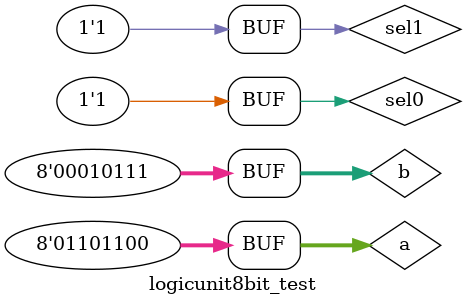
<source format=v>
module mux4to1(s0,s1,i0,i1,i2,i3,f);
input s0,s1,i0,i1,i2,i3;
output f;
wire w0,w1,w2,w3,ns0,ns1;
not(ns0,s0);
not(ns1,s1);
and (w0,ns0,ns1,i0);
and (w1,ns0,s1,i1);
and (w2,s0,ns1,i2);
and (w3,s0,s1,i3);
or  (f,w0,w1,w2,w3);
endmodule

module mux4to18bit(s0,s1,i0,i1,i2,i3,f);
input s0,s1;
input [7:0]i0,i1,i2,i3;
output [7:0]f;
mux4to1 mux0(.s0(s0), .s1(s1), .i0(i0[0]), .i1(i1[0]), .i2(i2[0]), .i3(i3[0]), .f(f[0]));
mux4to1 mux1(.s0(s0), .s1(s1), .i0(i0[1]), .i1(i1[1]), .i2(i2[1]), .i3(i3[1]), .f(f[1]));
mux4to1 mux2(.s0(s0), .s1(s1), .i0(i0[2]), .i1(i1[2]), .i2(i2[2]), .i3(i3[2]), .f(f[2]));
mux4to1 mux3(.s0(s0), .s1(s1), .i0(i0[3]), .i1(i1[3]), .i2(i2[3]), .i3(i3[3]), .f(f[3]));
mux4to1 mux4(.s0(s0), .s1(s1), .i0(i0[4]), .i1(i1[4]), .i2(i2[4]), .i3(i3[4]), .f(f[4]));
mux4to1 mux5(.s0(s0), .s1(s1), .i0(i0[5]), .i1(i1[5]), .i2(i2[5]), .i3(i3[5]), .f(f[5]));
mux4to1 mux6(.s0(s0), .s1(s1), .i0(i0[6]), .i1(i1[6]), .i2(i2[6]), .i3(i3[6]), .f(f[6]));
mux4to1 mux7(.s0(s0), .s1(s1), .i0(i0[7]), .i1(i1[7]), .i2(i2[7]), .i3(i3[7]), .f(f[7]));
endmodule

module logicunit8bit(x,y,s0,s1,f);
input s0,s1;
input [7:0]x,y;
output[7:0]f;
wire [7:0]xandy,xory,xxory,xnot;
and (xandy[0], x[0], y[0]);
and (xandy[1], x[1], y[1]);
and (xandy[2], x[2], y[2]);
and (xandy[3], x[3], y[3]);
and (xandy[4], x[4], y[4]);
and (xandy[5], x[5], y[5]);
and (xandy[6], x[6], y[6]);
and (xandy[7], x[7], y[7]);

or (xory[0], x[0], y[0]);
or (xory[1], x[1], y[1]);
or (xory[2], x[2], y[2]);
or (xory[3], x[3], y[3]);
or (xory[4], x[4], y[4]);
or (xory[5], x[5], y[5]);
or (xory[6], x[6], y[6]);
or (xory[7], x[7], y[7]);
 
xor (xxory[0], x[0], y[0]);
xor (xxory[1], x[1], y[1]);
xor (xxory[2], x[2], y[2]);
xor (xxory[3], x[3], y[3]);
xor (xxory[4], x[4], y[4]);
xor (xxory[5], x[5], y[5]);
xor (xxory[6], x[6], y[6]);
xor (xxory[7], x[7], y[7]);

not(xnot[0], x[0]);
not(xnot[1], x[1]);
not(xnot[2], x[2]);
not(xnot[3], x[3]);
not(xnot[4], x[4]);
not(xnot[5], x[5]);
not(xnot[6], x[6]);
not(xnot[7], x[7]);

mux4to18bit mux4to1(.s0(s0), .s1(s1), .i0(xory), .i1(xandy), .i2(xxory), .i3(xnot), .f(f));
endmodule

module logicunit8bit_test;
reg sel0,sel1;
reg [7:0]a,b;
wire [7:0]f1;
logicunit8bit test(.s0(sel0), .s1(sel1), .x(a), .y(b), .f(f1));
initial begin
$monitor("x=%b , y=%b , s0=%b , s1=%b --> f=%b ",a,b,sel0,sel1,f1);
    a=8'b01101100; b=8'b00010111; sel1=1'b0; sel0=1'b0;
    #10
    a=8'b01101100; b=8'b00010111; sel1=1'b0; sel0=1'b1;
    #10
    a=8'b01101100; b=8'b00010111; sel1=1'b1; sel0=1'b0;
    #10
    a=8'b01101100; b=8'b00010111; sel1=1'b1; sel0=1'b1; 
  end
endmodule

</source>
